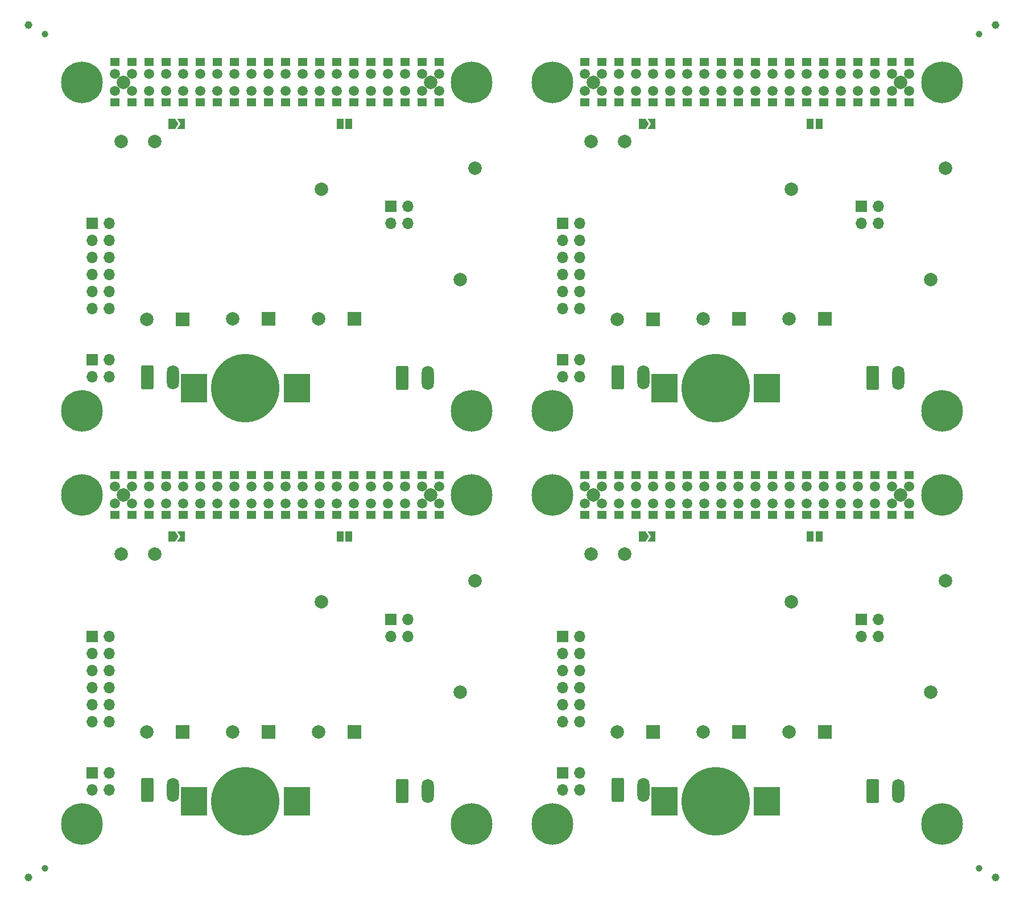
<source format=gbs>
G04 #@! TF.GenerationSoftware,KiCad,Pcbnew,(6.0.10-0)*
G04 #@! TF.CreationDate,2023-02-15T19:17:08+02:00*
G04 #@! TF.ProjectId,SH-RPi-panel,53482d52-5069-42d7-9061-6e656c2e6b69,v2.0.0*
G04 #@! TF.SameCoordinates,Original*
G04 #@! TF.FileFunction,Soldermask,Bot*
G04 #@! TF.FilePolarity,Negative*
%FSLAX46Y46*%
G04 Gerber Fmt 4.6, Leading zero omitted, Abs format (unit mm)*
G04 Created by KiCad (PCBNEW (6.0.10-0)) date 2023-02-15 19:17:08*
%MOMM*%
%LPD*%
G01*
G04 APERTURE LIST*
G04 Aperture macros list*
%AMRoundRect*
0 Rectangle with rounded corners*
0 $1 Rounding radius*
0 $2 $3 $4 $5 $6 $7 $8 $9 X,Y pos of 4 corners*
0 Add a 4 corners polygon primitive as box body*
4,1,4,$2,$3,$4,$5,$6,$7,$8,$9,$2,$3,0*
0 Add four circle primitives for the rounded corners*
1,1,$1+$1,$2,$3*
1,1,$1+$1,$4,$5*
1,1,$1+$1,$6,$7*
1,1,$1+$1,$8,$9*
0 Add four rect primitives between the rounded corners*
20,1,$1+$1,$2,$3,$4,$5,0*
20,1,$1+$1,$4,$5,$6,$7,0*
20,1,$1+$1,$6,$7,$8,$9,0*
20,1,$1+$1,$8,$9,$2,$3,0*%
%AMFreePoly0*
4,1,6,1.000000,0.000000,0.500000,-0.750000,-0.500000,-0.750000,-0.500000,0.750000,0.500000,0.750000,1.000000,0.000000,1.000000,0.000000,$1*%
%AMFreePoly1*
4,1,6,0.500000,-0.750000,-0.650000,-0.750000,-0.150000,0.000000,-0.650000,0.750000,0.500000,0.750000,0.500000,-0.750000,0.500000,-0.750000,$1*%
G04 Aperture macros list end*
%ADD10R,1.700000X1.700000*%
%ADD11O,1.700000X1.700000*%
%ADD12RoundRect,0.250000X-0.650000X-1.550000X0.650000X-1.550000X0.650000X1.550000X-0.650000X1.550000X0*%
%ADD13O,1.800000X3.600000*%
%ADD14C,6.200000*%
%ADD15R,2.000000X2.000000*%
%ADD16C,2.000000*%
%ADD17C,1.152000*%
%ADD18FreePoly0,0.000000*%
%ADD19FreePoly1,0.000000*%
%ADD20R,1.000000X1.500000*%
%ADD21R,1.400000X1.230000*%
%ADD22C,1.500000*%
%ADD23R,3.900000X4.200000*%
%ADD24C,10.200000*%
%ADD25C,1.000000*%
G04 APERTURE END LIST*
D10*
G04 #@! TO.C,J301*
X126500000Y-91000000D03*
D11*
X129040000Y-91000000D03*
X126500000Y-93540000D03*
X129040000Y-93540000D03*
G04 #@! TD*
D12*
G04 #@! TO.C,J101*
X128150000Y-55067500D03*
D13*
X131960000Y-55067500D03*
G04 #@! TD*
D10*
G04 #@! TO.C,J402*
X12000000Y-32045200D03*
D11*
X14540000Y-32045200D03*
X12000000Y-34585200D03*
X14540000Y-34585200D03*
X12000000Y-37125200D03*
X14540000Y-37125200D03*
X12000000Y-39665200D03*
X14540000Y-39665200D03*
X12000000Y-42205200D03*
X14540000Y-42205200D03*
X12000000Y-44745200D03*
X14540000Y-44745200D03*
G04 #@! TD*
D12*
G04 #@! TO.C,J101*
X58150000Y-55067500D03*
D13*
X61960000Y-55067500D03*
G04 #@! TD*
D14*
G04 #@! TO.C,H604*
X68500000Y-11000000D03*
G04 #@! TD*
D15*
G04 #@! TO.C,C1006*
X95450000Y-107800000D03*
D16*
X90150000Y-107800000D03*
G04 #@! TD*
D14*
G04 #@! TO.C,H602*
X10500000Y-121500000D03*
G04 #@! TD*
G04 #@! TO.C,H603*
X138500000Y-121500000D03*
G04 #@! TD*
D10*
G04 #@! TO.C,J402*
X12000000Y-93545200D03*
D11*
X14540000Y-93545200D03*
X12000000Y-96085200D03*
X14540000Y-96085200D03*
X12000000Y-98625200D03*
X14540000Y-98625200D03*
X12000000Y-101165200D03*
X14540000Y-101165200D03*
X12000000Y-103705200D03*
X14540000Y-103705200D03*
X12000000Y-106245200D03*
X14540000Y-106245200D03*
G04 #@! TD*
D12*
G04 #@! TO.C,J502*
X20250000Y-116467500D03*
D13*
X24060000Y-116467500D03*
G04 #@! TD*
D15*
G04 #@! TO.C,C1006*
X95450000Y-46300000D03*
D16*
X90150000Y-46300000D03*
G04 #@! TD*
D10*
G04 #@! TO.C,J401*
X82000000Y-113865200D03*
D11*
X84540000Y-113865200D03*
X82000000Y-116405200D03*
X84540000Y-116405200D03*
G04 #@! TD*
D14*
G04 #@! TO.C,H602*
X80500000Y-121500000D03*
G04 #@! TD*
D15*
G04 #@! TO.C,C1005*
X108250000Y-107755000D03*
D16*
X102950000Y-107755000D03*
G04 #@! TD*
D17*
G04 #@! TO.C,REF\u002A\u002A*
X146500000Y-129500000D03*
G04 #@! TD*
D10*
G04 #@! TO.C,J301*
X56500000Y-91000000D03*
D11*
X59040000Y-91000000D03*
X56500000Y-93540000D03*
X59040000Y-93540000D03*
G04 #@! TD*
D14*
G04 #@! TO.C,H601*
X80500000Y-11000000D03*
G04 #@! TD*
D17*
G04 #@! TO.C,REF\u002A\u002A*
X2500000Y-2500000D03*
G04 #@! TD*
D15*
G04 #@! TO.C,C1006*
X25450000Y-107800000D03*
D16*
X20150000Y-107800000D03*
G04 #@! TD*
D14*
G04 #@! TO.C,H602*
X80500000Y-60000000D03*
G04 #@! TD*
G04 #@! TO.C,H603*
X138500000Y-60000000D03*
G04 #@! TD*
D15*
G04 #@! TO.C,C1004*
X121050000Y-46255000D03*
D16*
X115750000Y-46255000D03*
G04 #@! TD*
D14*
G04 #@! TO.C,H601*
X10500000Y-72500000D03*
G04 #@! TD*
D10*
G04 #@! TO.C,J301*
X56500000Y-29500000D03*
D11*
X59040000Y-29500000D03*
X56500000Y-32040000D03*
X59040000Y-32040000D03*
G04 #@! TD*
D14*
G04 #@! TO.C,H604*
X138500000Y-11000000D03*
G04 #@! TD*
D12*
G04 #@! TO.C,J502*
X90250000Y-116467500D03*
D13*
X94060000Y-116467500D03*
G04 #@! TD*
D10*
G04 #@! TO.C,J401*
X12000000Y-113865200D03*
D11*
X14540000Y-113865200D03*
X12000000Y-116405200D03*
X14540000Y-116405200D03*
G04 #@! TD*
D15*
G04 #@! TO.C,C1005*
X38250000Y-107755000D03*
D16*
X32950000Y-107755000D03*
G04 #@! TD*
D15*
G04 #@! TO.C,C1004*
X51050000Y-107755000D03*
D16*
X45750000Y-107755000D03*
G04 #@! TD*
D14*
G04 #@! TO.C,H601*
X80500000Y-72500000D03*
G04 #@! TD*
D17*
G04 #@! TO.C,REF\u002A\u002A*
X2500000Y-129500000D03*
G04 #@! TD*
D12*
G04 #@! TO.C,J502*
X90250000Y-54967500D03*
D13*
X94060000Y-54967500D03*
G04 #@! TD*
D12*
G04 #@! TO.C,J101*
X128150000Y-116567500D03*
D13*
X131960000Y-116567500D03*
G04 #@! TD*
D10*
G04 #@! TO.C,J401*
X82000000Y-52365200D03*
D11*
X84540000Y-52365200D03*
X82000000Y-54905200D03*
X84540000Y-54905200D03*
G04 #@! TD*
D15*
G04 #@! TO.C,C1005*
X38250000Y-46255000D03*
D16*
X32950000Y-46255000D03*
G04 #@! TD*
D12*
G04 #@! TO.C,J502*
X20250000Y-54967500D03*
D13*
X24060000Y-54967500D03*
G04 #@! TD*
D10*
G04 #@! TO.C,J401*
X12000000Y-52365200D03*
D11*
X14540000Y-52365200D03*
X12000000Y-54905200D03*
X14540000Y-54905200D03*
G04 #@! TD*
D14*
G04 #@! TO.C,H603*
X68500000Y-60000000D03*
G04 #@! TD*
G04 #@! TO.C,H603*
X68500000Y-121500000D03*
G04 #@! TD*
D15*
G04 #@! TO.C,C1006*
X25450000Y-46300000D03*
D16*
X20150000Y-46300000D03*
G04 #@! TD*
D14*
G04 #@! TO.C,H601*
X10500000Y-11000000D03*
G04 #@! TD*
D10*
G04 #@! TO.C,J402*
X82000000Y-32045200D03*
D11*
X84540000Y-32045200D03*
X82000000Y-34585200D03*
X84540000Y-34585200D03*
X82000000Y-37125200D03*
X84540000Y-37125200D03*
X82000000Y-39665200D03*
X84540000Y-39665200D03*
X82000000Y-42205200D03*
X84540000Y-42205200D03*
X82000000Y-44745200D03*
X84540000Y-44745200D03*
G04 #@! TD*
D12*
G04 #@! TO.C,J101*
X58150000Y-116567500D03*
D13*
X61960000Y-116567500D03*
G04 #@! TD*
D10*
G04 #@! TO.C,J301*
X126500000Y-29500000D03*
D11*
X129040000Y-29500000D03*
X126500000Y-32040000D03*
X129040000Y-32040000D03*
G04 #@! TD*
D17*
G04 #@! TO.C,REF\u002A\u002A*
X146500000Y-2500000D03*
G04 #@! TD*
D15*
G04 #@! TO.C,C1004*
X121050000Y-107755000D03*
D16*
X115750000Y-107755000D03*
G04 #@! TD*
D14*
G04 #@! TO.C,H604*
X138500000Y-72500000D03*
G04 #@! TD*
D15*
G04 #@! TO.C,C1004*
X51050000Y-46255000D03*
D16*
X45750000Y-46255000D03*
G04 #@! TD*
D14*
G04 #@! TO.C,H602*
X10500000Y-60000000D03*
G04 #@! TD*
D15*
G04 #@! TO.C,C1005*
X108250000Y-46255000D03*
D16*
X102950000Y-46255000D03*
G04 #@! TD*
D10*
G04 #@! TO.C,J402*
X82000000Y-93545200D03*
D11*
X84540000Y-93545200D03*
X82000000Y-96085200D03*
X84540000Y-96085200D03*
X82000000Y-98625200D03*
X84540000Y-98625200D03*
X82000000Y-101165200D03*
X84540000Y-101165200D03*
X82000000Y-103705200D03*
X84540000Y-103705200D03*
X82000000Y-106245200D03*
X84540000Y-106245200D03*
G04 #@! TD*
D14*
G04 #@! TO.C,H604*
X68500000Y-72500000D03*
G04 #@! TD*
D18*
G04 #@! TO.C,JP501*
X93845000Y-17200000D03*
D19*
X95295000Y-17200000D03*
G04 #@! TD*
D20*
G04 #@! TO.C,JP801*
X48900000Y-17200000D03*
X50200000Y-17200000D03*
G04 #@! TD*
D16*
G04 #@! TO.C,J501*
X16640000Y-72500000D03*
X62360000Y-72500000D03*
D21*
X15370000Y-75485000D03*
D22*
X15370000Y-73770000D03*
X15370000Y-71230000D03*
D21*
X15370000Y-69515000D03*
D22*
X17910000Y-73770000D03*
D21*
X17910000Y-75485000D03*
D22*
X17910000Y-71230000D03*
D21*
X17910000Y-69515000D03*
D22*
X20450000Y-73770000D03*
D21*
X20450000Y-75485000D03*
X20450000Y-69515000D03*
D22*
X20450000Y-71230000D03*
X22990000Y-73770000D03*
D21*
X22990000Y-75485000D03*
X22990000Y-69515000D03*
D22*
X22990000Y-71230000D03*
X25530000Y-73770000D03*
D21*
X25530000Y-75485000D03*
D22*
X25530000Y-71230000D03*
D21*
X25530000Y-69515000D03*
X28070000Y-75485000D03*
D22*
X28070000Y-73770000D03*
X28070000Y-71230000D03*
D21*
X28070000Y-69515000D03*
D22*
X30610000Y-73770000D03*
D21*
X30610000Y-75485000D03*
D22*
X30610000Y-71230000D03*
D21*
X30610000Y-69515000D03*
D22*
X33150000Y-73770000D03*
D21*
X33150000Y-75485000D03*
D22*
X33150000Y-71230000D03*
D21*
X33150000Y-69515000D03*
D22*
X35690000Y-73770000D03*
D21*
X35690000Y-75485000D03*
D22*
X35690000Y-71230000D03*
D21*
X35690000Y-69515000D03*
D22*
X38230000Y-73770000D03*
D21*
X38230000Y-75485000D03*
D22*
X38230000Y-71230000D03*
D21*
X38230000Y-69515000D03*
D22*
X40770000Y-73770000D03*
D21*
X40770000Y-75485000D03*
X40770000Y-69515000D03*
D22*
X40770000Y-71230000D03*
D21*
X43310000Y-75485000D03*
D22*
X43310000Y-73770000D03*
X43310000Y-71230000D03*
D21*
X43310000Y-69515000D03*
X45850000Y-75485000D03*
D22*
X45850000Y-73770000D03*
D21*
X45850000Y-69515000D03*
D22*
X45850000Y-71230000D03*
X48390000Y-73770000D03*
D21*
X48390000Y-75485000D03*
D22*
X48390000Y-71230000D03*
D21*
X48390000Y-69515000D03*
D22*
X50930000Y-73770000D03*
D21*
X50930000Y-75485000D03*
X50930000Y-69515000D03*
D22*
X50930000Y-71230000D03*
X53470000Y-73770000D03*
D21*
X53470000Y-75485000D03*
D22*
X53470000Y-71230000D03*
D21*
X53470000Y-69515000D03*
X56010000Y-75485000D03*
D22*
X56010000Y-73770000D03*
X56010000Y-71230000D03*
D21*
X56010000Y-69515000D03*
X58550000Y-75485000D03*
D22*
X58550000Y-73770000D03*
D21*
X58550000Y-69515000D03*
D22*
X58550000Y-71230000D03*
D21*
X61090000Y-75485000D03*
D22*
X61090000Y-73770000D03*
X61090000Y-71230000D03*
D21*
X61090000Y-69515000D03*
D22*
X63630000Y-73770000D03*
D21*
X63630000Y-75485000D03*
D22*
X63630000Y-71230000D03*
D21*
X63630000Y-69515000D03*
G04 #@! TD*
D16*
G04 #@! TO.C,TP501*
X86300000Y-81300000D03*
G04 #@! TD*
G04 #@! TO.C,TP502*
X21300000Y-19800000D03*
G04 #@! TD*
D20*
G04 #@! TO.C,JP801*
X118900000Y-78700000D03*
X120200000Y-78700000D03*
G04 #@! TD*
D16*
G04 #@! TO.C,TP201*
X69000000Y-85300000D03*
G04 #@! TD*
D18*
G04 #@! TO.C,JP501*
X23845000Y-17200000D03*
D19*
X25295000Y-17200000D03*
G04 #@! TD*
D16*
G04 #@! TO.C,TP301*
X136800000Y-40400000D03*
G04 #@! TD*
D23*
G04 #@! TO.C,J801*
X42450000Y-118100000D03*
X27150000Y-118100000D03*
D24*
X34800000Y-118100000D03*
G04 #@! TD*
D25*
G04 #@! TO.C,REF\u002A\u002A*
X144000000Y-3850000D03*
G04 #@! TD*
D16*
G04 #@! TO.C,TP901*
X116099999Y-88400000D03*
G04 #@! TD*
D20*
G04 #@! TO.C,JP801*
X48900000Y-78700000D03*
X50200000Y-78700000D03*
G04 #@! TD*
D16*
G04 #@! TO.C,TP901*
X46099999Y-26900000D03*
G04 #@! TD*
D25*
G04 #@! TO.C,REF\u002A\u002A*
X5000000Y-3850000D03*
G04 #@! TD*
D16*
G04 #@! TO.C,TP201*
X69000000Y-23800000D03*
G04 #@! TD*
D23*
G04 #@! TO.C,J801*
X112450000Y-56600000D03*
X97150000Y-56600000D03*
D24*
X104800000Y-56600000D03*
G04 #@! TD*
D25*
G04 #@! TO.C,REF\u002A\u002A*
X5000000Y-128150000D03*
G04 #@! TD*
D23*
G04 #@! TO.C,J801*
X112450000Y-118100000D03*
X97150000Y-118100000D03*
D24*
X104800000Y-118100000D03*
G04 #@! TD*
D16*
G04 #@! TO.C,TP501*
X86300000Y-19800000D03*
G04 #@! TD*
D18*
G04 #@! TO.C,JP501*
X93845000Y-78700000D03*
D19*
X95295000Y-78700000D03*
G04 #@! TD*
D16*
G04 #@! TO.C,TP502*
X91300000Y-81300000D03*
G04 #@! TD*
D23*
G04 #@! TO.C,J801*
X42450000Y-56600000D03*
X27150000Y-56600000D03*
D24*
X34800000Y-56600000D03*
G04 #@! TD*
D16*
G04 #@! TO.C,TP502*
X21300000Y-81300000D03*
G04 #@! TD*
G04 #@! TO.C,TP301*
X66800000Y-101900000D03*
G04 #@! TD*
G04 #@! TO.C,TP901*
X116099999Y-26900000D03*
G04 #@! TD*
G04 #@! TO.C,J501*
X16640000Y-11000000D03*
X62360000Y-11000000D03*
D22*
X15370000Y-12270000D03*
D21*
X15370000Y-13985000D03*
X15370000Y-8015000D03*
D22*
X15370000Y-9730000D03*
D21*
X17910000Y-13985000D03*
D22*
X17910000Y-12270000D03*
X17910000Y-9730000D03*
D21*
X17910000Y-8015000D03*
X20450000Y-13985000D03*
D22*
X20450000Y-12270000D03*
X20450000Y-9730000D03*
D21*
X20450000Y-8015000D03*
X22990000Y-13985000D03*
D22*
X22990000Y-12270000D03*
X22990000Y-9730000D03*
D21*
X22990000Y-8015000D03*
X25530000Y-13985000D03*
D22*
X25530000Y-12270000D03*
D21*
X25530000Y-8015000D03*
D22*
X25530000Y-9730000D03*
D21*
X28070000Y-13985000D03*
D22*
X28070000Y-12270000D03*
D21*
X28070000Y-8015000D03*
D22*
X28070000Y-9730000D03*
D21*
X30610000Y-13985000D03*
D22*
X30610000Y-12270000D03*
D21*
X30610000Y-8015000D03*
D22*
X30610000Y-9730000D03*
X33150000Y-12270000D03*
D21*
X33150000Y-13985000D03*
X33150000Y-8015000D03*
D22*
X33150000Y-9730000D03*
D21*
X35690000Y-13985000D03*
D22*
X35690000Y-12270000D03*
D21*
X35690000Y-8015000D03*
D22*
X35690000Y-9730000D03*
D21*
X38230000Y-13985000D03*
D22*
X38230000Y-12270000D03*
X38230000Y-9730000D03*
D21*
X38230000Y-8015000D03*
X40770000Y-13985000D03*
D22*
X40770000Y-12270000D03*
X40770000Y-9730000D03*
D21*
X40770000Y-8015000D03*
X43310000Y-13985000D03*
D22*
X43310000Y-12270000D03*
D21*
X43310000Y-8015000D03*
D22*
X43310000Y-9730000D03*
D21*
X45850000Y-13985000D03*
D22*
X45850000Y-12270000D03*
X45850000Y-9730000D03*
D21*
X45850000Y-8015000D03*
D22*
X48390000Y-12270000D03*
D21*
X48390000Y-13985000D03*
D22*
X48390000Y-9730000D03*
D21*
X48390000Y-8015000D03*
X50930000Y-13985000D03*
D22*
X50930000Y-12270000D03*
D21*
X50930000Y-8015000D03*
D22*
X50930000Y-9730000D03*
X53470000Y-12270000D03*
D21*
X53470000Y-13985000D03*
D22*
X53470000Y-9730000D03*
D21*
X53470000Y-8015000D03*
D22*
X56010000Y-12270000D03*
D21*
X56010000Y-13985000D03*
D22*
X56010000Y-9730000D03*
D21*
X56010000Y-8015000D03*
D22*
X58550000Y-12270000D03*
D21*
X58550000Y-13985000D03*
D22*
X58550000Y-9730000D03*
D21*
X58550000Y-8015000D03*
X61090000Y-13985000D03*
D22*
X61090000Y-12270000D03*
X61090000Y-9730000D03*
D21*
X61090000Y-8015000D03*
D22*
X63630000Y-12270000D03*
D21*
X63630000Y-13985000D03*
D22*
X63630000Y-9730000D03*
D21*
X63630000Y-8015000D03*
G04 #@! TD*
D16*
G04 #@! TO.C,TP301*
X66800000Y-40400000D03*
G04 #@! TD*
G04 #@! TO.C,TP201*
X139000000Y-23800000D03*
G04 #@! TD*
G04 #@! TO.C,J501*
X132360000Y-11000000D03*
X86640000Y-11000000D03*
D22*
X85370000Y-12270000D03*
D21*
X85370000Y-13985000D03*
D22*
X85370000Y-9730000D03*
D21*
X85370000Y-8015000D03*
D22*
X87910000Y-12270000D03*
D21*
X87910000Y-13985000D03*
X87910000Y-8015000D03*
D22*
X87910000Y-9730000D03*
X90450000Y-12270000D03*
D21*
X90450000Y-13985000D03*
X90450000Y-8015000D03*
D22*
X90450000Y-9730000D03*
D21*
X92990000Y-13985000D03*
D22*
X92990000Y-12270000D03*
D21*
X92990000Y-8015000D03*
D22*
X92990000Y-9730000D03*
X95530000Y-12270000D03*
D21*
X95530000Y-13985000D03*
D22*
X95530000Y-9730000D03*
D21*
X95530000Y-8015000D03*
X98070000Y-13985000D03*
D22*
X98070000Y-12270000D03*
D21*
X98070000Y-8015000D03*
D22*
X98070000Y-9730000D03*
D21*
X100610000Y-13985000D03*
D22*
X100610000Y-12270000D03*
X100610000Y-9730000D03*
D21*
X100610000Y-8015000D03*
X103150000Y-13985000D03*
D22*
X103150000Y-12270000D03*
X103150000Y-9730000D03*
D21*
X103150000Y-8015000D03*
X105690000Y-13985000D03*
D22*
X105690000Y-12270000D03*
D21*
X105690000Y-8015000D03*
D22*
X105690000Y-9730000D03*
D21*
X108230000Y-13985000D03*
D22*
X108230000Y-12270000D03*
X108230000Y-9730000D03*
D21*
X108230000Y-8015000D03*
X110770000Y-13985000D03*
D22*
X110770000Y-12270000D03*
D21*
X110770000Y-8015000D03*
D22*
X110770000Y-9730000D03*
D21*
X113310000Y-13985000D03*
D22*
X113310000Y-12270000D03*
D21*
X113310000Y-8015000D03*
D22*
X113310000Y-9730000D03*
X115850000Y-12270000D03*
D21*
X115850000Y-13985000D03*
D22*
X115850000Y-9730000D03*
D21*
X115850000Y-8015000D03*
X118390000Y-13985000D03*
D22*
X118390000Y-12270000D03*
X118390000Y-9730000D03*
D21*
X118390000Y-8015000D03*
D22*
X120930000Y-12270000D03*
D21*
X120930000Y-13985000D03*
D22*
X120930000Y-9730000D03*
D21*
X120930000Y-8015000D03*
X123470000Y-13985000D03*
D22*
X123470000Y-12270000D03*
X123470000Y-9730000D03*
D21*
X123470000Y-8015000D03*
X126010000Y-13985000D03*
D22*
X126010000Y-12270000D03*
X126010000Y-9730000D03*
D21*
X126010000Y-8015000D03*
D22*
X128550000Y-12270000D03*
D21*
X128550000Y-13985000D03*
X128550000Y-8015000D03*
D22*
X128550000Y-9730000D03*
D21*
X131090000Y-13985000D03*
D22*
X131090000Y-12270000D03*
X131090000Y-9730000D03*
D21*
X131090000Y-8015000D03*
D22*
X133630000Y-12270000D03*
D21*
X133630000Y-13985000D03*
D22*
X133630000Y-9730000D03*
D21*
X133630000Y-8015000D03*
G04 #@! TD*
D16*
G04 #@! TO.C,TP501*
X16300000Y-81300000D03*
G04 #@! TD*
G04 #@! TO.C,J501*
X86640000Y-72500000D03*
X132360000Y-72500000D03*
D21*
X85370000Y-75485000D03*
D22*
X85370000Y-73770000D03*
D21*
X85370000Y-69515000D03*
D22*
X85370000Y-71230000D03*
D21*
X87910000Y-75485000D03*
D22*
X87910000Y-73770000D03*
D21*
X87910000Y-69515000D03*
D22*
X87910000Y-71230000D03*
X90450000Y-73770000D03*
D21*
X90450000Y-75485000D03*
D22*
X90450000Y-71230000D03*
D21*
X90450000Y-69515000D03*
X92990000Y-75485000D03*
D22*
X92990000Y-73770000D03*
D21*
X92990000Y-69515000D03*
D22*
X92990000Y-71230000D03*
D21*
X95530000Y-75485000D03*
D22*
X95530000Y-73770000D03*
X95530000Y-71230000D03*
D21*
X95530000Y-69515000D03*
D22*
X98070000Y-73770000D03*
D21*
X98070000Y-75485000D03*
D22*
X98070000Y-71230000D03*
D21*
X98070000Y-69515000D03*
D22*
X100610000Y-73770000D03*
D21*
X100610000Y-75485000D03*
X100610000Y-69515000D03*
D22*
X100610000Y-71230000D03*
D21*
X103150000Y-75485000D03*
D22*
X103150000Y-73770000D03*
D21*
X103150000Y-69515000D03*
D22*
X103150000Y-71230000D03*
X105690000Y-73770000D03*
D21*
X105690000Y-75485000D03*
X105690000Y-69515000D03*
D22*
X105690000Y-71230000D03*
D21*
X108230000Y-75485000D03*
D22*
X108230000Y-73770000D03*
X108230000Y-71230000D03*
D21*
X108230000Y-69515000D03*
X110770000Y-75485000D03*
D22*
X110770000Y-73770000D03*
D21*
X110770000Y-69515000D03*
D22*
X110770000Y-71230000D03*
X113310000Y-73770000D03*
D21*
X113310000Y-75485000D03*
D22*
X113310000Y-71230000D03*
D21*
X113310000Y-69515000D03*
X115850000Y-75485000D03*
D22*
X115850000Y-73770000D03*
D21*
X115850000Y-69515000D03*
D22*
X115850000Y-71230000D03*
X118390000Y-73770000D03*
D21*
X118390000Y-75485000D03*
D22*
X118390000Y-71230000D03*
D21*
X118390000Y-69515000D03*
X120930000Y-75485000D03*
D22*
X120930000Y-73770000D03*
D21*
X120930000Y-69515000D03*
D22*
X120930000Y-71230000D03*
D21*
X123470000Y-75485000D03*
D22*
X123470000Y-73770000D03*
X123470000Y-71230000D03*
D21*
X123470000Y-69515000D03*
D22*
X126010000Y-73770000D03*
D21*
X126010000Y-75485000D03*
X126010000Y-69515000D03*
D22*
X126010000Y-71230000D03*
X128550000Y-73770000D03*
D21*
X128550000Y-75485000D03*
X128550000Y-69515000D03*
D22*
X128550000Y-71230000D03*
D21*
X131090000Y-75485000D03*
D22*
X131090000Y-73770000D03*
X131090000Y-71230000D03*
D21*
X131090000Y-69515000D03*
D22*
X133630000Y-73770000D03*
D21*
X133630000Y-75485000D03*
X133630000Y-69515000D03*
D22*
X133630000Y-71230000D03*
G04 #@! TD*
D18*
G04 #@! TO.C,JP501*
X23845000Y-78700000D03*
D19*
X25295000Y-78700000D03*
G04 #@! TD*
D25*
G04 #@! TO.C,REF\u002A\u002A*
X144000000Y-128150000D03*
G04 #@! TD*
D16*
G04 #@! TO.C,TP901*
X46099999Y-88400000D03*
G04 #@! TD*
G04 #@! TO.C,TP201*
X139000000Y-85300000D03*
G04 #@! TD*
G04 #@! TO.C,TP502*
X91300000Y-19800000D03*
G04 #@! TD*
G04 #@! TO.C,TP501*
X16300000Y-19800000D03*
G04 #@! TD*
D20*
G04 #@! TO.C,JP801*
X118900000Y-17200000D03*
X120200000Y-17200000D03*
G04 #@! TD*
D16*
G04 #@! TO.C,TP301*
X136800000Y-101900000D03*
G04 #@! TD*
M02*

</source>
